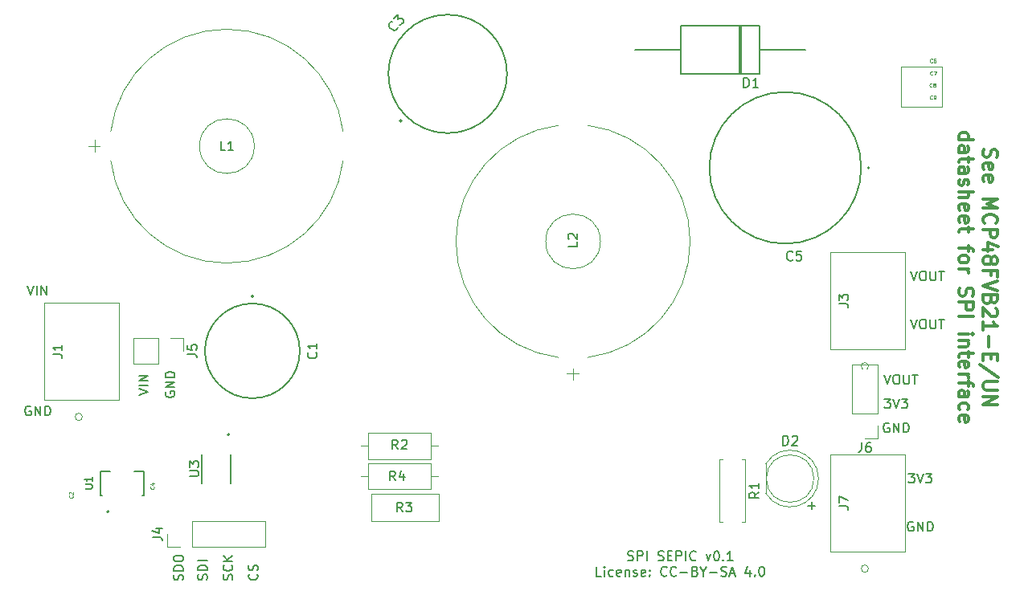
<source format=gto>
G04 #@! TF.GenerationSoftware,KiCad,Pcbnew,5.1.10*
G04 #@! TF.CreationDate,2021-12-24T15:06:35-08:00*
G04 #@! TF.ProjectId,SEPIC,53455049-432e-46b6-9963-61645f706362,v0.1*
G04 #@! TF.SameCoordinates,Original*
G04 #@! TF.FileFunction,Legend,Top*
G04 #@! TF.FilePolarity,Positive*
%FSLAX46Y46*%
G04 Gerber Fmt 4.6, Leading zero omitted, Abs format (unit mm)*
G04 Created by KiCad (PCBNEW 5.1.10) date 2021-12-24 15:06:35*
%MOMM*%
%LPD*%
G01*
G04 APERTURE LIST*
%ADD10C,0.120000*%
%ADD11C,0.300000*%
%ADD12C,0.150000*%
%ADD13C,0.127000*%
%ADD14C,0.200000*%
%ADD15C,0.098425*%
%ADD16C,0.010000*%
%ADD17C,4.400000*%
%ADD18C,2.300000*%
%ADD19R,2.300000X2.300000*%
%ADD20R,0.590000X0.630000*%
%ADD21C,2.514600*%
%ADD22R,1.700000X1.700000*%
%ADD23O,1.700000X1.700000*%
%ADD24R,0.930000X1.010000*%
%ADD25R,1.150000X1.150000*%
%ADD26C,1.150000*%
%ADD27R,0.600000X0.530000*%
%ADD28R,1.400000X1.400000*%
%ADD29C,1.400000*%
%ADD30R,1.800000X1.800000*%
%ADD31C,1.800000*%
%ADD32C,1.803400*%
%ADD33C,1.600000*%
%ADD34O,1.600000X1.600000*%
%ADD35R,1.371600X1.371600*%
%ADD36C,1.371600*%
%ADD37C,0.100000*%
G04 APERTURE END LIST*
D10*
X192252600Y-86258400D02*
X192252600Y-85521800D01*
X187985400Y-86258400D02*
X192252600Y-86258400D01*
X187985400Y-82067400D02*
X187985400Y-86258400D01*
X192252600Y-82067400D02*
X192252600Y-86182200D01*
X187985400Y-82067400D02*
X192252600Y-82067400D01*
D11*
X196692357Y-90767000D02*
X196620928Y-90981285D01*
X196620928Y-91338428D01*
X196692357Y-91481285D01*
X196763785Y-91552714D01*
X196906642Y-91624142D01*
X197049500Y-91624142D01*
X197192357Y-91552714D01*
X197263785Y-91481285D01*
X197335214Y-91338428D01*
X197406642Y-91052714D01*
X197478071Y-90909857D01*
X197549500Y-90838428D01*
X197692357Y-90767000D01*
X197835214Y-90767000D01*
X197978071Y-90838428D01*
X198049500Y-90909857D01*
X198120928Y-91052714D01*
X198120928Y-91409857D01*
X198049500Y-91624142D01*
X196692357Y-92838428D02*
X196620928Y-92695571D01*
X196620928Y-92409857D01*
X196692357Y-92267000D01*
X196835214Y-92195571D01*
X197406642Y-92195571D01*
X197549500Y-92267000D01*
X197620928Y-92409857D01*
X197620928Y-92695571D01*
X197549500Y-92838428D01*
X197406642Y-92909857D01*
X197263785Y-92909857D01*
X197120928Y-92195571D01*
X196692357Y-94124142D02*
X196620928Y-93981285D01*
X196620928Y-93695571D01*
X196692357Y-93552714D01*
X196835214Y-93481285D01*
X197406642Y-93481285D01*
X197549500Y-93552714D01*
X197620928Y-93695571D01*
X197620928Y-93981285D01*
X197549500Y-94124142D01*
X197406642Y-94195571D01*
X197263785Y-94195571D01*
X197120928Y-93481285D01*
X196620928Y-95981285D02*
X198120928Y-95981285D01*
X197049500Y-96481285D01*
X198120928Y-96981285D01*
X196620928Y-96981285D01*
X196763785Y-98552714D02*
X196692357Y-98481285D01*
X196620928Y-98267000D01*
X196620928Y-98124142D01*
X196692357Y-97909857D01*
X196835214Y-97767000D01*
X196978071Y-97695571D01*
X197263785Y-97624142D01*
X197478071Y-97624142D01*
X197763785Y-97695571D01*
X197906642Y-97767000D01*
X198049500Y-97909857D01*
X198120928Y-98124142D01*
X198120928Y-98267000D01*
X198049500Y-98481285D01*
X197978071Y-98552714D01*
X196620928Y-99195571D02*
X198120928Y-99195571D01*
X198120928Y-99767000D01*
X198049500Y-99909857D01*
X197978071Y-99981285D01*
X197835214Y-100052714D01*
X197620928Y-100052714D01*
X197478071Y-99981285D01*
X197406642Y-99909857D01*
X197335214Y-99767000D01*
X197335214Y-99195571D01*
X197620928Y-101338428D02*
X196620928Y-101338428D01*
X198192357Y-100981285D02*
X197120928Y-100624142D01*
X197120928Y-101552714D01*
X197478071Y-102338428D02*
X197549500Y-102195571D01*
X197620928Y-102124142D01*
X197763785Y-102052714D01*
X197835214Y-102052714D01*
X197978071Y-102124142D01*
X198049500Y-102195571D01*
X198120928Y-102338428D01*
X198120928Y-102624142D01*
X198049500Y-102767000D01*
X197978071Y-102838428D01*
X197835214Y-102909857D01*
X197763785Y-102909857D01*
X197620928Y-102838428D01*
X197549500Y-102767000D01*
X197478071Y-102624142D01*
X197478071Y-102338428D01*
X197406642Y-102195571D01*
X197335214Y-102124142D01*
X197192357Y-102052714D01*
X196906642Y-102052714D01*
X196763785Y-102124142D01*
X196692357Y-102195571D01*
X196620928Y-102338428D01*
X196620928Y-102624142D01*
X196692357Y-102767000D01*
X196763785Y-102838428D01*
X196906642Y-102909857D01*
X197192357Y-102909857D01*
X197335214Y-102838428D01*
X197406642Y-102767000D01*
X197478071Y-102624142D01*
X197406642Y-104052714D02*
X197406642Y-103552714D01*
X196620928Y-103552714D02*
X198120928Y-103552714D01*
X198120928Y-104267000D01*
X198120928Y-104624142D02*
X196620928Y-105124142D01*
X198120928Y-105624142D01*
X197406642Y-106624142D02*
X197335214Y-106838428D01*
X197263785Y-106909857D01*
X197120928Y-106981285D01*
X196906642Y-106981285D01*
X196763785Y-106909857D01*
X196692357Y-106838428D01*
X196620928Y-106695571D01*
X196620928Y-106124142D01*
X198120928Y-106124142D01*
X198120928Y-106624142D01*
X198049500Y-106767000D01*
X197978071Y-106838428D01*
X197835214Y-106909857D01*
X197692357Y-106909857D01*
X197549500Y-106838428D01*
X197478071Y-106767000D01*
X197406642Y-106624142D01*
X197406642Y-106124142D01*
X197978071Y-107552714D02*
X198049500Y-107624142D01*
X198120928Y-107767000D01*
X198120928Y-108124142D01*
X198049500Y-108267000D01*
X197978071Y-108338428D01*
X197835214Y-108409857D01*
X197692357Y-108409857D01*
X197478071Y-108338428D01*
X196620928Y-107481285D01*
X196620928Y-108409857D01*
X196620928Y-109838428D02*
X196620928Y-108981285D01*
X196620928Y-109409857D02*
X198120928Y-109409857D01*
X197906642Y-109267000D01*
X197763785Y-109124142D01*
X197692357Y-108981285D01*
X197192357Y-110481285D02*
X197192357Y-111624142D01*
X197406642Y-112338428D02*
X197406642Y-112838428D01*
X196620928Y-113052714D02*
X196620928Y-112338428D01*
X198120928Y-112338428D01*
X198120928Y-113052714D01*
X198192357Y-114767000D02*
X196263785Y-113481285D01*
X198120928Y-115267000D02*
X196906642Y-115267000D01*
X196763785Y-115338428D01*
X196692357Y-115409857D01*
X196620928Y-115552714D01*
X196620928Y-115838428D01*
X196692357Y-115981285D01*
X196763785Y-116052714D01*
X196906642Y-116124142D01*
X198120928Y-116124142D01*
X196620928Y-116838428D02*
X198120928Y-116838428D01*
X196620928Y-117695571D01*
X198120928Y-117695571D01*
X194070928Y-89731285D02*
X195570928Y-89731285D01*
X194142357Y-89731285D02*
X194070928Y-89588428D01*
X194070928Y-89302714D01*
X194142357Y-89159857D01*
X194213785Y-89088428D01*
X194356642Y-89017000D01*
X194785214Y-89017000D01*
X194928071Y-89088428D01*
X194999500Y-89159857D01*
X195070928Y-89302714D01*
X195070928Y-89588428D01*
X194999500Y-89731285D01*
X194070928Y-91088428D02*
X194856642Y-91088428D01*
X194999500Y-91017000D01*
X195070928Y-90874142D01*
X195070928Y-90588428D01*
X194999500Y-90445571D01*
X194142357Y-91088428D02*
X194070928Y-90945571D01*
X194070928Y-90588428D01*
X194142357Y-90445571D01*
X194285214Y-90374142D01*
X194428071Y-90374142D01*
X194570928Y-90445571D01*
X194642357Y-90588428D01*
X194642357Y-90945571D01*
X194713785Y-91088428D01*
X195070928Y-91588428D02*
X195070928Y-92159857D01*
X195570928Y-91802714D02*
X194285214Y-91802714D01*
X194142357Y-91874142D01*
X194070928Y-92017000D01*
X194070928Y-92159857D01*
X194070928Y-93302714D02*
X194856642Y-93302714D01*
X194999500Y-93231285D01*
X195070928Y-93088428D01*
X195070928Y-92802714D01*
X194999500Y-92659857D01*
X194142357Y-93302714D02*
X194070928Y-93159857D01*
X194070928Y-92802714D01*
X194142357Y-92659857D01*
X194285214Y-92588428D01*
X194428071Y-92588428D01*
X194570928Y-92659857D01*
X194642357Y-92802714D01*
X194642357Y-93159857D01*
X194713785Y-93302714D01*
X194142357Y-93945571D02*
X194070928Y-94088428D01*
X194070928Y-94374142D01*
X194142357Y-94517000D01*
X194285214Y-94588428D01*
X194356642Y-94588428D01*
X194499500Y-94517000D01*
X194570928Y-94374142D01*
X194570928Y-94159857D01*
X194642357Y-94017000D01*
X194785214Y-93945571D01*
X194856642Y-93945571D01*
X194999500Y-94017000D01*
X195070928Y-94159857D01*
X195070928Y-94374142D01*
X194999500Y-94517000D01*
X194070928Y-95231285D02*
X195570928Y-95231285D01*
X194070928Y-95874142D02*
X194856642Y-95874142D01*
X194999500Y-95802714D01*
X195070928Y-95659857D01*
X195070928Y-95445571D01*
X194999500Y-95302714D01*
X194928071Y-95231285D01*
X194142357Y-97159857D02*
X194070928Y-97017000D01*
X194070928Y-96731285D01*
X194142357Y-96588428D01*
X194285214Y-96517000D01*
X194856642Y-96517000D01*
X194999500Y-96588428D01*
X195070928Y-96731285D01*
X195070928Y-97017000D01*
X194999500Y-97159857D01*
X194856642Y-97231285D01*
X194713785Y-97231285D01*
X194570928Y-96517000D01*
X194142357Y-98445571D02*
X194070928Y-98302714D01*
X194070928Y-98017000D01*
X194142357Y-97874142D01*
X194285214Y-97802714D01*
X194856642Y-97802714D01*
X194999500Y-97874142D01*
X195070928Y-98017000D01*
X195070928Y-98302714D01*
X194999500Y-98445571D01*
X194856642Y-98517000D01*
X194713785Y-98517000D01*
X194570928Y-97802714D01*
X195070928Y-98945571D02*
X195070928Y-99517000D01*
X195570928Y-99159857D02*
X194285214Y-99159857D01*
X194142357Y-99231285D01*
X194070928Y-99374142D01*
X194070928Y-99517000D01*
X195070928Y-100945571D02*
X195070928Y-101517000D01*
X194070928Y-101159857D02*
X195356642Y-101159857D01*
X195499500Y-101231285D01*
X195570928Y-101374142D01*
X195570928Y-101517000D01*
X194070928Y-102231285D02*
X194142357Y-102088428D01*
X194213785Y-102017000D01*
X194356642Y-101945571D01*
X194785214Y-101945571D01*
X194928071Y-102017000D01*
X194999500Y-102088428D01*
X195070928Y-102231285D01*
X195070928Y-102445571D01*
X194999500Y-102588428D01*
X194928071Y-102659857D01*
X194785214Y-102731285D01*
X194356642Y-102731285D01*
X194213785Y-102659857D01*
X194142357Y-102588428D01*
X194070928Y-102445571D01*
X194070928Y-102231285D01*
X194070928Y-103374142D02*
X195070928Y-103374142D01*
X194785214Y-103374142D02*
X194928071Y-103445571D01*
X194999500Y-103517000D01*
X195070928Y-103659857D01*
X195070928Y-103802714D01*
X194142357Y-105374142D02*
X194070928Y-105588428D01*
X194070928Y-105945571D01*
X194142357Y-106088428D01*
X194213785Y-106159857D01*
X194356642Y-106231285D01*
X194499500Y-106231285D01*
X194642357Y-106159857D01*
X194713785Y-106088428D01*
X194785214Y-105945571D01*
X194856642Y-105659857D01*
X194928071Y-105517000D01*
X194999500Y-105445571D01*
X195142357Y-105374142D01*
X195285214Y-105374142D01*
X195428071Y-105445571D01*
X195499500Y-105517000D01*
X195570928Y-105659857D01*
X195570928Y-106017000D01*
X195499500Y-106231285D01*
X194070928Y-106874142D02*
X195570928Y-106874142D01*
X195570928Y-107445571D01*
X195499500Y-107588428D01*
X195428071Y-107659857D01*
X195285214Y-107731285D01*
X195070928Y-107731285D01*
X194928071Y-107659857D01*
X194856642Y-107588428D01*
X194785214Y-107445571D01*
X194785214Y-106874142D01*
X194070928Y-108374142D02*
X195570928Y-108374142D01*
X194070928Y-110231285D02*
X195070928Y-110231285D01*
X195570928Y-110231285D02*
X195499500Y-110159857D01*
X195428071Y-110231285D01*
X195499500Y-110302714D01*
X195570928Y-110231285D01*
X195428071Y-110231285D01*
X195070928Y-110945571D02*
X194070928Y-110945571D01*
X194928071Y-110945571D02*
X194999500Y-111016999D01*
X195070928Y-111159857D01*
X195070928Y-111374142D01*
X194999500Y-111516999D01*
X194856642Y-111588428D01*
X194070928Y-111588428D01*
X195070928Y-112088428D02*
X195070928Y-112659857D01*
X195570928Y-112302714D02*
X194285214Y-112302714D01*
X194142357Y-112374142D01*
X194070928Y-112516999D01*
X194070928Y-112659857D01*
X194142357Y-113731285D02*
X194070928Y-113588428D01*
X194070928Y-113302714D01*
X194142357Y-113159857D01*
X194285214Y-113088428D01*
X194856642Y-113088428D01*
X194999500Y-113159857D01*
X195070928Y-113302714D01*
X195070928Y-113588428D01*
X194999500Y-113731285D01*
X194856642Y-113802714D01*
X194713785Y-113802714D01*
X194570928Y-113088428D01*
X194070928Y-114445571D02*
X195070928Y-114445571D01*
X194785214Y-114445571D02*
X194928071Y-114517000D01*
X194999500Y-114588428D01*
X195070928Y-114731285D01*
X195070928Y-114874142D01*
X195070928Y-115159857D02*
X195070928Y-115731285D01*
X194070928Y-115374142D02*
X195356642Y-115374142D01*
X195499500Y-115445571D01*
X195570928Y-115588428D01*
X195570928Y-115731285D01*
X194070928Y-116874142D02*
X194856642Y-116874142D01*
X194999500Y-116802714D01*
X195070928Y-116659857D01*
X195070928Y-116374142D01*
X194999500Y-116231285D01*
X194142357Y-116874142D02*
X194070928Y-116731285D01*
X194070928Y-116374142D01*
X194142357Y-116231285D01*
X194285214Y-116159857D01*
X194428071Y-116159857D01*
X194570928Y-116231285D01*
X194642357Y-116374142D01*
X194642357Y-116731285D01*
X194713785Y-116874142D01*
X194142357Y-118231285D02*
X194070928Y-118088428D01*
X194070928Y-117802714D01*
X194142357Y-117659857D01*
X194213785Y-117588428D01*
X194356642Y-117517000D01*
X194785214Y-117517000D01*
X194928071Y-117588428D01*
X194999500Y-117659857D01*
X195070928Y-117802714D01*
X195070928Y-118088428D01*
X194999500Y-118231285D01*
X194142357Y-119445571D02*
X194070928Y-119302714D01*
X194070928Y-119017000D01*
X194142357Y-118874142D01*
X194285214Y-118802714D01*
X194856642Y-118802714D01*
X194999500Y-118874142D01*
X195070928Y-119017000D01*
X195070928Y-119302714D01*
X194999500Y-119445571D01*
X194856642Y-119517000D01*
X194713785Y-119517000D01*
X194570928Y-118802714D01*
D12*
X110498000Y-116331904D02*
X110450380Y-116427142D01*
X110450380Y-116570000D01*
X110498000Y-116712857D01*
X110593238Y-116808095D01*
X110688476Y-116855714D01*
X110878952Y-116903333D01*
X111021809Y-116903333D01*
X111212285Y-116855714D01*
X111307523Y-116808095D01*
X111402761Y-116712857D01*
X111450380Y-116570000D01*
X111450380Y-116474761D01*
X111402761Y-116331904D01*
X111355142Y-116284285D01*
X111021809Y-116284285D01*
X111021809Y-116474761D01*
X111450380Y-115855714D02*
X110450380Y-115855714D01*
X111450380Y-115284285D01*
X110450380Y-115284285D01*
X111450380Y-114808095D02*
X110450380Y-114808095D01*
X110450380Y-114570000D01*
X110498000Y-114427142D01*
X110593238Y-114331904D01*
X110688476Y-114284285D01*
X110878952Y-114236666D01*
X111021809Y-114236666D01*
X111212285Y-114284285D01*
X111307523Y-114331904D01*
X111402761Y-114427142D01*
X111450380Y-114570000D01*
X111450380Y-114808095D01*
X107656380Y-116665238D02*
X108656380Y-116331904D01*
X107656380Y-115998571D01*
X108656380Y-115665238D02*
X107656380Y-115665238D01*
X108656380Y-115189047D02*
X107656380Y-115189047D01*
X108656380Y-114617619D01*
X107656380Y-114617619D01*
X96266095Y-117864000D02*
X96170857Y-117816380D01*
X96028000Y-117816380D01*
X95885142Y-117864000D01*
X95789904Y-117959238D01*
X95742285Y-118054476D01*
X95694666Y-118244952D01*
X95694666Y-118387809D01*
X95742285Y-118578285D01*
X95789904Y-118673523D01*
X95885142Y-118768761D01*
X96028000Y-118816380D01*
X96123238Y-118816380D01*
X96266095Y-118768761D01*
X96313714Y-118721142D01*
X96313714Y-118387809D01*
X96123238Y-118387809D01*
X96742285Y-118816380D02*
X96742285Y-117816380D01*
X97313714Y-118816380D01*
X97313714Y-117816380D01*
X97789904Y-118816380D02*
X97789904Y-117816380D01*
X98028000Y-117816380D01*
X98170857Y-117864000D01*
X98266095Y-117959238D01*
X98313714Y-118054476D01*
X98361333Y-118244952D01*
X98361333Y-118387809D01*
X98313714Y-118578285D01*
X98266095Y-118673523D01*
X98170857Y-118768761D01*
X98028000Y-118816380D01*
X97789904Y-118816380D01*
X95932761Y-105116380D02*
X96266095Y-106116380D01*
X96599428Y-105116380D01*
X96932761Y-106116380D02*
X96932761Y-105116380D01*
X97408952Y-106116380D02*
X97408952Y-105116380D01*
X97980380Y-106116380D01*
X97980380Y-105116380D01*
X189230095Y-130056000D02*
X189134857Y-130008380D01*
X188992000Y-130008380D01*
X188849142Y-130056000D01*
X188753904Y-130151238D01*
X188706285Y-130246476D01*
X188658666Y-130436952D01*
X188658666Y-130579809D01*
X188706285Y-130770285D01*
X188753904Y-130865523D01*
X188849142Y-130960761D01*
X188992000Y-131008380D01*
X189087238Y-131008380D01*
X189230095Y-130960761D01*
X189277714Y-130913142D01*
X189277714Y-130579809D01*
X189087238Y-130579809D01*
X189706285Y-131008380D02*
X189706285Y-130008380D01*
X190277714Y-131008380D01*
X190277714Y-130008380D01*
X190753904Y-131008380D02*
X190753904Y-130008380D01*
X190992000Y-130008380D01*
X191134857Y-130056000D01*
X191230095Y-130151238D01*
X191277714Y-130246476D01*
X191325333Y-130436952D01*
X191325333Y-130579809D01*
X191277714Y-130770285D01*
X191230095Y-130865523D01*
X191134857Y-130960761D01*
X190992000Y-131008380D01*
X190753904Y-131008380D01*
X188753904Y-124928380D02*
X189372952Y-124928380D01*
X189039619Y-125309333D01*
X189182476Y-125309333D01*
X189277714Y-125356952D01*
X189325333Y-125404571D01*
X189372952Y-125499809D01*
X189372952Y-125737904D01*
X189325333Y-125833142D01*
X189277714Y-125880761D01*
X189182476Y-125928380D01*
X188896761Y-125928380D01*
X188801523Y-125880761D01*
X188753904Y-125833142D01*
X189658666Y-124928380D02*
X189992000Y-125928380D01*
X190325333Y-124928380D01*
X190563428Y-124928380D02*
X191182476Y-124928380D01*
X190849142Y-125309333D01*
X190992000Y-125309333D01*
X191087238Y-125356952D01*
X191134857Y-125404571D01*
X191182476Y-125499809D01*
X191182476Y-125737904D01*
X191134857Y-125833142D01*
X191087238Y-125880761D01*
X190992000Y-125928380D01*
X190706285Y-125928380D01*
X190611047Y-125880761D01*
X190563428Y-125833142D01*
X188992095Y-108672380D02*
X189325428Y-109672380D01*
X189658761Y-108672380D01*
X190182571Y-108672380D02*
X190373047Y-108672380D01*
X190468285Y-108720000D01*
X190563523Y-108815238D01*
X190611142Y-109005714D01*
X190611142Y-109339047D01*
X190563523Y-109529523D01*
X190468285Y-109624761D01*
X190373047Y-109672380D01*
X190182571Y-109672380D01*
X190087333Y-109624761D01*
X189992095Y-109529523D01*
X189944476Y-109339047D01*
X189944476Y-109005714D01*
X189992095Y-108815238D01*
X190087333Y-108720000D01*
X190182571Y-108672380D01*
X191039714Y-108672380D02*
X191039714Y-109481904D01*
X191087333Y-109577142D01*
X191134952Y-109624761D01*
X191230190Y-109672380D01*
X191420666Y-109672380D01*
X191515904Y-109624761D01*
X191563523Y-109577142D01*
X191611142Y-109481904D01*
X191611142Y-108672380D01*
X191944476Y-108672380D02*
X192515904Y-108672380D01*
X192230190Y-109672380D02*
X192230190Y-108672380D01*
X188992095Y-103592380D02*
X189325428Y-104592380D01*
X189658761Y-103592380D01*
X190182571Y-103592380D02*
X190373047Y-103592380D01*
X190468285Y-103640000D01*
X190563523Y-103735238D01*
X190611142Y-103925714D01*
X190611142Y-104259047D01*
X190563523Y-104449523D01*
X190468285Y-104544761D01*
X190373047Y-104592380D01*
X190182571Y-104592380D01*
X190087333Y-104544761D01*
X189992095Y-104449523D01*
X189944476Y-104259047D01*
X189944476Y-103925714D01*
X189992095Y-103735238D01*
X190087333Y-103640000D01*
X190182571Y-103592380D01*
X191039714Y-103592380D02*
X191039714Y-104401904D01*
X191087333Y-104497142D01*
X191134952Y-104544761D01*
X191230190Y-104592380D01*
X191420666Y-104592380D01*
X191515904Y-104544761D01*
X191563523Y-104497142D01*
X191611142Y-104401904D01*
X191611142Y-103592380D01*
X191944476Y-103592380D02*
X192515904Y-103592380D01*
X192230190Y-104592380D02*
X192230190Y-103592380D01*
X186690095Y-119642000D02*
X186594857Y-119594380D01*
X186452000Y-119594380D01*
X186309142Y-119642000D01*
X186213904Y-119737238D01*
X186166285Y-119832476D01*
X186118666Y-120022952D01*
X186118666Y-120165809D01*
X186166285Y-120356285D01*
X186213904Y-120451523D01*
X186309142Y-120546761D01*
X186452000Y-120594380D01*
X186547238Y-120594380D01*
X186690095Y-120546761D01*
X186737714Y-120499142D01*
X186737714Y-120165809D01*
X186547238Y-120165809D01*
X187166285Y-120594380D02*
X187166285Y-119594380D01*
X187737714Y-120594380D01*
X187737714Y-119594380D01*
X188213904Y-120594380D02*
X188213904Y-119594380D01*
X188452000Y-119594380D01*
X188594857Y-119642000D01*
X188690095Y-119737238D01*
X188737714Y-119832476D01*
X188785333Y-120022952D01*
X188785333Y-120165809D01*
X188737714Y-120356285D01*
X188690095Y-120451523D01*
X188594857Y-120546761D01*
X188452000Y-120594380D01*
X188213904Y-120594380D01*
X186213904Y-117054380D02*
X186832952Y-117054380D01*
X186499619Y-117435333D01*
X186642476Y-117435333D01*
X186737714Y-117482952D01*
X186785333Y-117530571D01*
X186832952Y-117625809D01*
X186832952Y-117863904D01*
X186785333Y-117959142D01*
X186737714Y-118006761D01*
X186642476Y-118054380D01*
X186356761Y-118054380D01*
X186261523Y-118006761D01*
X186213904Y-117959142D01*
X187118666Y-117054380D02*
X187452000Y-118054380D01*
X187785333Y-117054380D01*
X188023428Y-117054380D02*
X188642476Y-117054380D01*
X188309142Y-117435333D01*
X188452000Y-117435333D01*
X188547238Y-117482952D01*
X188594857Y-117530571D01*
X188642476Y-117625809D01*
X188642476Y-117863904D01*
X188594857Y-117959142D01*
X188547238Y-118006761D01*
X188452000Y-118054380D01*
X188166285Y-118054380D01*
X188071047Y-118006761D01*
X188023428Y-117959142D01*
X186198095Y-114514380D02*
X186531428Y-115514380D01*
X186864761Y-114514380D01*
X187388571Y-114514380D02*
X187579047Y-114514380D01*
X187674285Y-114562000D01*
X187769523Y-114657238D01*
X187817142Y-114847714D01*
X187817142Y-115181047D01*
X187769523Y-115371523D01*
X187674285Y-115466761D01*
X187579047Y-115514380D01*
X187388571Y-115514380D01*
X187293333Y-115466761D01*
X187198095Y-115371523D01*
X187150476Y-115181047D01*
X187150476Y-114847714D01*
X187198095Y-114657238D01*
X187293333Y-114562000D01*
X187388571Y-114514380D01*
X188245714Y-114514380D02*
X188245714Y-115323904D01*
X188293333Y-115419142D01*
X188340952Y-115466761D01*
X188436190Y-115514380D01*
X188626666Y-115514380D01*
X188721904Y-115466761D01*
X188769523Y-115419142D01*
X188817142Y-115323904D01*
X188817142Y-114514380D01*
X189150476Y-114514380D02*
X189721904Y-114514380D01*
X189436190Y-115514380D02*
X189436190Y-114514380D01*
X178181047Y-128341428D02*
X178942952Y-128341428D01*
X178562000Y-128722380D02*
X178562000Y-127960476D01*
X120118142Y-135548666D02*
X120165761Y-135596285D01*
X120213380Y-135739142D01*
X120213380Y-135834380D01*
X120165761Y-135977238D01*
X120070523Y-136072476D01*
X119975285Y-136120095D01*
X119784809Y-136167714D01*
X119641952Y-136167714D01*
X119451476Y-136120095D01*
X119356238Y-136072476D01*
X119261000Y-135977238D01*
X119213380Y-135834380D01*
X119213380Y-135739142D01*
X119261000Y-135596285D01*
X119308619Y-135548666D01*
X120165761Y-135167714D02*
X120213380Y-135024857D01*
X120213380Y-134786761D01*
X120165761Y-134691523D01*
X120118142Y-134643904D01*
X120022904Y-134596285D01*
X119927666Y-134596285D01*
X119832428Y-134643904D01*
X119784809Y-134691523D01*
X119737190Y-134786761D01*
X119689571Y-134977238D01*
X119641952Y-135072476D01*
X119594333Y-135120095D01*
X119499095Y-135167714D01*
X119403857Y-135167714D01*
X119308619Y-135120095D01*
X119261000Y-135072476D01*
X119213380Y-134977238D01*
X119213380Y-134739142D01*
X119261000Y-134596285D01*
X117498761Y-136159714D02*
X117546380Y-136016857D01*
X117546380Y-135778761D01*
X117498761Y-135683523D01*
X117451142Y-135635904D01*
X117355904Y-135588285D01*
X117260666Y-135588285D01*
X117165428Y-135635904D01*
X117117809Y-135683523D01*
X117070190Y-135778761D01*
X117022571Y-135969238D01*
X116974952Y-136064476D01*
X116927333Y-136112095D01*
X116832095Y-136159714D01*
X116736857Y-136159714D01*
X116641619Y-136112095D01*
X116594000Y-136064476D01*
X116546380Y-135969238D01*
X116546380Y-135731142D01*
X116594000Y-135588285D01*
X117451142Y-134588285D02*
X117498761Y-134635904D01*
X117546380Y-134778761D01*
X117546380Y-134874000D01*
X117498761Y-135016857D01*
X117403523Y-135112095D01*
X117308285Y-135159714D01*
X117117809Y-135207333D01*
X116974952Y-135207333D01*
X116784476Y-135159714D01*
X116689238Y-135112095D01*
X116594000Y-135016857D01*
X116546380Y-134874000D01*
X116546380Y-134778761D01*
X116594000Y-134635904D01*
X116641619Y-134588285D01*
X117546380Y-134159714D02*
X116546380Y-134159714D01*
X117546380Y-133588285D02*
X116974952Y-134016857D01*
X116546380Y-133588285D02*
X117117809Y-134159714D01*
X114831761Y-136151809D02*
X114879380Y-136008952D01*
X114879380Y-135770857D01*
X114831761Y-135675619D01*
X114784142Y-135628000D01*
X114688904Y-135580380D01*
X114593666Y-135580380D01*
X114498428Y-135628000D01*
X114450809Y-135675619D01*
X114403190Y-135770857D01*
X114355571Y-135961333D01*
X114307952Y-136056571D01*
X114260333Y-136104190D01*
X114165095Y-136151809D01*
X114069857Y-136151809D01*
X113974619Y-136104190D01*
X113927000Y-136056571D01*
X113879380Y-135961333D01*
X113879380Y-135723238D01*
X113927000Y-135580380D01*
X114879380Y-135151809D02*
X113879380Y-135151809D01*
X113879380Y-134913714D01*
X113927000Y-134770857D01*
X114022238Y-134675619D01*
X114117476Y-134628000D01*
X114307952Y-134580380D01*
X114450809Y-134580380D01*
X114641285Y-134628000D01*
X114736523Y-134675619D01*
X114831761Y-134770857D01*
X114879380Y-134913714D01*
X114879380Y-135151809D01*
X114879380Y-134151809D02*
X113879380Y-134151809D01*
X112291761Y-136183523D02*
X112339380Y-136040666D01*
X112339380Y-135802571D01*
X112291761Y-135707333D01*
X112244142Y-135659714D01*
X112148904Y-135612095D01*
X112053666Y-135612095D01*
X111958428Y-135659714D01*
X111910809Y-135707333D01*
X111863190Y-135802571D01*
X111815571Y-135993047D01*
X111767952Y-136088285D01*
X111720333Y-136135904D01*
X111625095Y-136183523D01*
X111529857Y-136183523D01*
X111434619Y-136135904D01*
X111387000Y-136088285D01*
X111339380Y-135993047D01*
X111339380Y-135754952D01*
X111387000Y-135612095D01*
X112339380Y-135183523D02*
X111339380Y-135183523D01*
X111339380Y-134945428D01*
X111387000Y-134802571D01*
X111482238Y-134707333D01*
X111577476Y-134659714D01*
X111767952Y-134612095D01*
X111910809Y-134612095D01*
X112101285Y-134659714D01*
X112196523Y-134707333D01*
X112291761Y-134802571D01*
X112339380Y-134945428D01*
X112339380Y-135183523D01*
X111339380Y-133993047D02*
X111339380Y-133802571D01*
X111387000Y-133707333D01*
X111482238Y-133612095D01*
X111672714Y-133564476D01*
X112006047Y-133564476D01*
X112196523Y-133612095D01*
X112291761Y-133707333D01*
X112339380Y-133802571D01*
X112339380Y-133993047D01*
X112291761Y-134088285D01*
X112196523Y-134183523D01*
X112006047Y-134231142D01*
X111672714Y-134231142D01*
X111482238Y-134183523D01*
X111387000Y-134088285D01*
X111339380Y-133993047D01*
X159195190Y-134072761D02*
X159338047Y-134120380D01*
X159576142Y-134120380D01*
X159671380Y-134072761D01*
X159719000Y-134025142D01*
X159766619Y-133929904D01*
X159766619Y-133834666D01*
X159719000Y-133739428D01*
X159671380Y-133691809D01*
X159576142Y-133644190D01*
X159385666Y-133596571D01*
X159290428Y-133548952D01*
X159242809Y-133501333D01*
X159195190Y-133406095D01*
X159195190Y-133310857D01*
X159242809Y-133215619D01*
X159290428Y-133168000D01*
X159385666Y-133120380D01*
X159623761Y-133120380D01*
X159766619Y-133168000D01*
X160195190Y-134120380D02*
X160195190Y-133120380D01*
X160576142Y-133120380D01*
X160671380Y-133168000D01*
X160719000Y-133215619D01*
X160766619Y-133310857D01*
X160766619Y-133453714D01*
X160719000Y-133548952D01*
X160671380Y-133596571D01*
X160576142Y-133644190D01*
X160195190Y-133644190D01*
X161195190Y-134120380D02*
X161195190Y-133120380D01*
X162385666Y-134072761D02*
X162528523Y-134120380D01*
X162766619Y-134120380D01*
X162861857Y-134072761D01*
X162909476Y-134025142D01*
X162957095Y-133929904D01*
X162957095Y-133834666D01*
X162909476Y-133739428D01*
X162861857Y-133691809D01*
X162766619Y-133644190D01*
X162576142Y-133596571D01*
X162480904Y-133548952D01*
X162433285Y-133501333D01*
X162385666Y-133406095D01*
X162385666Y-133310857D01*
X162433285Y-133215619D01*
X162480904Y-133168000D01*
X162576142Y-133120380D01*
X162814238Y-133120380D01*
X162957095Y-133168000D01*
X163385666Y-133596571D02*
X163719000Y-133596571D01*
X163861857Y-134120380D02*
X163385666Y-134120380D01*
X163385666Y-133120380D01*
X163861857Y-133120380D01*
X164290428Y-134120380D02*
X164290428Y-133120380D01*
X164671380Y-133120380D01*
X164766619Y-133168000D01*
X164814238Y-133215619D01*
X164861857Y-133310857D01*
X164861857Y-133453714D01*
X164814238Y-133548952D01*
X164766619Y-133596571D01*
X164671380Y-133644190D01*
X164290428Y-133644190D01*
X165290428Y-134120380D02*
X165290428Y-133120380D01*
X166338047Y-134025142D02*
X166290428Y-134072761D01*
X166147571Y-134120380D01*
X166052333Y-134120380D01*
X165909476Y-134072761D01*
X165814238Y-133977523D01*
X165766619Y-133882285D01*
X165719000Y-133691809D01*
X165719000Y-133548952D01*
X165766619Y-133358476D01*
X165814238Y-133263238D01*
X165909476Y-133168000D01*
X166052333Y-133120380D01*
X166147571Y-133120380D01*
X166290428Y-133168000D01*
X166338047Y-133215619D01*
X167433285Y-133453714D02*
X167671380Y-134120380D01*
X167909476Y-133453714D01*
X168480904Y-133120380D02*
X168576142Y-133120380D01*
X168671380Y-133168000D01*
X168719000Y-133215619D01*
X168766619Y-133310857D01*
X168814238Y-133501333D01*
X168814238Y-133739428D01*
X168766619Y-133929904D01*
X168719000Y-134025142D01*
X168671380Y-134072761D01*
X168576142Y-134120380D01*
X168480904Y-134120380D01*
X168385666Y-134072761D01*
X168338047Y-134025142D01*
X168290428Y-133929904D01*
X168242809Y-133739428D01*
X168242809Y-133501333D01*
X168290428Y-133310857D01*
X168338047Y-133215619D01*
X168385666Y-133168000D01*
X168480904Y-133120380D01*
X169242809Y-134025142D02*
X169290428Y-134072761D01*
X169242809Y-134120380D01*
X169195190Y-134072761D01*
X169242809Y-134025142D01*
X169242809Y-134120380D01*
X170242809Y-134120380D02*
X169671380Y-134120380D01*
X169957095Y-134120380D02*
X169957095Y-133120380D01*
X169861857Y-133263238D01*
X169766619Y-133358476D01*
X169671380Y-133406095D01*
X156385666Y-135770380D02*
X155909476Y-135770380D01*
X155909476Y-134770380D01*
X156719000Y-135770380D02*
X156719000Y-135103714D01*
X156719000Y-134770380D02*
X156671380Y-134818000D01*
X156719000Y-134865619D01*
X156766619Y-134818000D01*
X156719000Y-134770380D01*
X156719000Y-134865619D01*
X157623761Y-135722761D02*
X157528523Y-135770380D01*
X157338047Y-135770380D01*
X157242809Y-135722761D01*
X157195190Y-135675142D01*
X157147571Y-135579904D01*
X157147571Y-135294190D01*
X157195190Y-135198952D01*
X157242809Y-135151333D01*
X157338047Y-135103714D01*
X157528523Y-135103714D01*
X157623761Y-135151333D01*
X158433285Y-135722761D02*
X158338047Y-135770380D01*
X158147571Y-135770380D01*
X158052333Y-135722761D01*
X158004714Y-135627523D01*
X158004714Y-135246571D01*
X158052333Y-135151333D01*
X158147571Y-135103714D01*
X158338047Y-135103714D01*
X158433285Y-135151333D01*
X158480904Y-135246571D01*
X158480904Y-135341809D01*
X158004714Y-135437047D01*
X158909476Y-135103714D02*
X158909476Y-135770380D01*
X158909476Y-135198952D02*
X158957095Y-135151333D01*
X159052333Y-135103714D01*
X159195190Y-135103714D01*
X159290428Y-135151333D01*
X159338047Y-135246571D01*
X159338047Y-135770380D01*
X159766619Y-135722761D02*
X159861857Y-135770380D01*
X160052333Y-135770380D01*
X160147571Y-135722761D01*
X160195190Y-135627523D01*
X160195190Y-135579904D01*
X160147571Y-135484666D01*
X160052333Y-135437047D01*
X159909476Y-135437047D01*
X159814238Y-135389428D01*
X159766619Y-135294190D01*
X159766619Y-135246571D01*
X159814238Y-135151333D01*
X159909476Y-135103714D01*
X160052333Y-135103714D01*
X160147571Y-135151333D01*
X161004714Y-135722761D02*
X160909476Y-135770380D01*
X160719000Y-135770380D01*
X160623761Y-135722761D01*
X160576142Y-135627523D01*
X160576142Y-135246571D01*
X160623761Y-135151333D01*
X160719000Y-135103714D01*
X160909476Y-135103714D01*
X161004714Y-135151333D01*
X161052333Y-135246571D01*
X161052333Y-135341809D01*
X160576142Y-135437047D01*
X161480904Y-135675142D02*
X161528523Y-135722761D01*
X161480904Y-135770380D01*
X161433285Y-135722761D01*
X161480904Y-135675142D01*
X161480904Y-135770380D01*
X161480904Y-135151333D02*
X161528523Y-135198952D01*
X161480904Y-135246571D01*
X161433285Y-135198952D01*
X161480904Y-135151333D01*
X161480904Y-135246571D01*
X163290428Y-135675142D02*
X163242809Y-135722761D01*
X163099952Y-135770380D01*
X163004714Y-135770380D01*
X162861857Y-135722761D01*
X162766619Y-135627523D01*
X162719000Y-135532285D01*
X162671380Y-135341809D01*
X162671380Y-135198952D01*
X162719000Y-135008476D01*
X162766619Y-134913238D01*
X162861857Y-134818000D01*
X163004714Y-134770380D01*
X163099952Y-134770380D01*
X163242809Y-134818000D01*
X163290428Y-134865619D01*
X164290428Y-135675142D02*
X164242809Y-135722761D01*
X164099952Y-135770380D01*
X164004714Y-135770380D01*
X163861857Y-135722761D01*
X163766619Y-135627523D01*
X163719000Y-135532285D01*
X163671380Y-135341809D01*
X163671380Y-135198952D01*
X163719000Y-135008476D01*
X163766619Y-134913238D01*
X163861857Y-134818000D01*
X164004714Y-134770380D01*
X164099952Y-134770380D01*
X164242809Y-134818000D01*
X164290428Y-134865619D01*
X164719000Y-135389428D02*
X165480904Y-135389428D01*
X166290428Y-135246571D02*
X166433285Y-135294190D01*
X166480904Y-135341809D01*
X166528523Y-135437047D01*
X166528523Y-135579904D01*
X166480904Y-135675142D01*
X166433285Y-135722761D01*
X166338047Y-135770380D01*
X165957095Y-135770380D01*
X165957095Y-134770380D01*
X166290428Y-134770380D01*
X166385666Y-134818000D01*
X166433285Y-134865619D01*
X166480904Y-134960857D01*
X166480904Y-135056095D01*
X166433285Y-135151333D01*
X166385666Y-135198952D01*
X166290428Y-135246571D01*
X165957095Y-135246571D01*
X167147571Y-135294190D02*
X167147571Y-135770380D01*
X166814238Y-134770380D02*
X167147571Y-135294190D01*
X167480904Y-134770380D01*
X167814238Y-135389428D02*
X168576142Y-135389428D01*
X169004714Y-135722761D02*
X169147571Y-135770380D01*
X169385666Y-135770380D01*
X169480904Y-135722761D01*
X169528523Y-135675142D01*
X169576142Y-135579904D01*
X169576142Y-135484666D01*
X169528523Y-135389428D01*
X169480904Y-135341809D01*
X169385666Y-135294190D01*
X169195190Y-135246571D01*
X169099952Y-135198952D01*
X169052333Y-135151333D01*
X169004714Y-135056095D01*
X169004714Y-134960857D01*
X169052333Y-134865619D01*
X169099952Y-134818000D01*
X169195190Y-134770380D01*
X169433285Y-134770380D01*
X169576142Y-134818000D01*
X169957095Y-135484666D02*
X170433285Y-135484666D01*
X169861857Y-135770380D02*
X170195190Y-134770380D01*
X170528523Y-135770380D01*
X172052333Y-135103714D02*
X172052333Y-135770380D01*
X171814238Y-134722761D02*
X171576142Y-135437047D01*
X172195190Y-135437047D01*
X172576142Y-135675142D02*
X172623761Y-135722761D01*
X172576142Y-135770380D01*
X172528523Y-135722761D01*
X172576142Y-135675142D01*
X172576142Y-135770380D01*
X173242809Y-134770380D02*
X173338047Y-134770380D01*
X173433285Y-134818000D01*
X173480904Y-134865619D01*
X173528523Y-134960857D01*
X173576142Y-135151333D01*
X173576142Y-135389428D01*
X173528523Y-135579904D01*
X173480904Y-135675142D01*
X173433285Y-135722761D01*
X173338047Y-135770380D01*
X173242809Y-135770380D01*
X173147571Y-135722761D01*
X173099952Y-135675142D01*
X173052333Y-135579904D01*
X173004714Y-135389428D01*
X173004714Y-135151333D01*
X173052333Y-134960857D01*
X173099952Y-134865619D01*
X173147571Y-134818000D01*
X173242809Y-134770380D01*
D11*
X170997500Y-77809000D02*
X170997500Y-82719000D01*
D12*
X164735000Y-80264000D02*
X159902000Y-80264000D01*
X173085000Y-80264000D02*
X177918000Y-80264000D01*
X164735000Y-77739000D02*
X173085000Y-77739000D01*
X164735000Y-82789000D02*
X164735000Y-77739000D01*
X173085000Y-82789000D02*
X164735000Y-82789000D01*
X173085000Y-77739000D02*
X173085000Y-82789000D01*
D10*
X119838901Y-90424000D02*
G75*
G03*
X119838901Y-90424000I-2882900J0D01*
G01*
X103009699Y-89789000D02*
X103009699Y-91059000D01*
X102374699Y-90424000D02*
X103565961Y-90424000D01*
X104719450Y-88895065D02*
G75*
G02*
X129192552Y-88895062I12236551J-1528935D01*
G01*
X129192552Y-91952937D02*
G75*
G02*
X104719450Y-91952936I-12236551J1528937D01*
G01*
X153416000Y-115049301D02*
X153416000Y-113858039D01*
X152781000Y-114414301D02*
X154051000Y-114414301D01*
X156298900Y-100467999D02*
G75*
G03*
X156298900Y-100467999I-2882900J0D01*
G01*
X154944937Y-88231448D02*
G75*
G02*
X154944936Y-112704550I-1528937J-12236551D01*
G01*
X151887065Y-112704550D02*
G75*
G02*
X151887062Y-88231448I1528935J12236551D01*
G01*
X107128000Y-110684000D02*
X107128000Y-113344000D01*
X109728000Y-110684000D02*
X107128000Y-110684000D01*
X109728000Y-113344000D02*
X107128000Y-113344000D01*
X109728000Y-110684000D02*
X109728000Y-113344000D01*
X110998000Y-110684000D02*
X112328000Y-110684000D01*
X112328000Y-110684000D02*
X112328000Y-112014000D01*
D13*
X124634000Y-112014000D02*
G75*
G03*
X124634000Y-112014000I-5000000J0D01*
G01*
D14*
X119734000Y-106264000D02*
G75*
G03*
X119734000Y-106264000I-100000J0D01*
G01*
D13*
X183768000Y-92710000D02*
G75*
G03*
X183768000Y-92710000I-8000000J0D01*
G01*
D14*
X184618000Y-92710000D02*
G75*
G03*
X184618000Y-92710000I-100000J0D01*
G01*
D10*
X178776000Y-125476000D02*
G75*
G03*
X178776000Y-125476000I-2500000J0D01*
G01*
X173716000Y-123931000D02*
X173716000Y-127021000D01*
X179266000Y-125476462D02*
G75*
G03*
X173716000Y-123931170I-2990000J462D01*
G01*
X179266000Y-125475538D02*
G75*
G02*
X173716000Y-127020830I-2990000J-462D01*
G01*
X101727000Y-118962800D02*
G75*
G03*
X101727000Y-118962800I-381000J0D01*
G01*
X97718999Y-117184800D02*
X105567599Y-117184800D01*
X97718999Y-106923200D02*
X97718999Y-117184800D01*
X105567599Y-106923200D02*
X97718999Y-106923200D01*
X105567599Y-117184800D02*
X105567599Y-106923200D01*
X188371599Y-111850800D02*
X188371599Y-101589200D01*
X188371599Y-101589200D02*
X180522999Y-101589200D01*
X180522999Y-101589200D02*
X180522999Y-111850800D01*
X180522999Y-111850800D02*
X188371599Y-111850800D01*
X184531000Y-113628800D02*
G75*
G03*
X184531000Y-113628800I-381000J0D01*
G01*
X184531000Y-134964800D02*
G75*
G03*
X184531000Y-134964800I-381000J0D01*
G01*
X180522999Y-133186800D02*
X188371599Y-133186800D01*
X180522999Y-122925200D02*
X180522999Y-133186800D01*
X188371599Y-122925200D02*
X180522999Y-122925200D01*
X188371599Y-133186800D02*
X188371599Y-122925200D01*
X171220000Y-123476000D02*
X171550000Y-123476000D01*
X171550000Y-123476000D02*
X171550000Y-130016000D01*
X171550000Y-130016000D02*
X171220000Y-130016000D01*
X169140000Y-123476000D02*
X168810000Y-123476000D01*
X168810000Y-123476000D02*
X168810000Y-130016000D01*
X168810000Y-130016000D02*
X169140000Y-130016000D01*
X131088000Y-122047000D02*
X131858000Y-122047000D01*
X139168000Y-122047000D02*
X138398000Y-122047000D01*
X131858000Y-123417000D02*
X138398000Y-123417000D01*
X131858000Y-120677000D02*
X131858000Y-123417000D01*
X138398000Y-120677000D02*
X131858000Y-120677000D01*
X138398000Y-123417000D02*
X138398000Y-120677000D01*
X132197400Y-127088900D02*
X132197400Y-129959100D01*
X139258600Y-127088900D02*
X132197400Y-127088900D01*
X139258600Y-129959100D02*
X139258600Y-127088900D01*
X132197400Y-129959100D02*
X139258600Y-129959100D01*
X138398000Y-126592000D02*
X138398000Y-123852000D01*
X138398000Y-123852000D02*
X131858000Y-123852000D01*
X131858000Y-123852000D02*
X131858000Y-126592000D01*
X131858000Y-126592000D02*
X138398000Y-126592000D01*
X139168000Y-125222000D02*
X138398000Y-125222000D01*
X131088000Y-125222000D02*
X131858000Y-125222000D01*
D14*
X104518000Y-128984000D02*
G75*
G03*
X104518000Y-128984000I-100000J0D01*
G01*
D13*
X103668000Y-127234000D02*
X103668000Y-124734000D01*
X108168000Y-127234000D02*
X108168000Y-124734000D01*
X108168000Y-127234000D02*
X108028000Y-127234000D01*
X103808000Y-127234000D02*
X103668000Y-127234000D01*
X107218000Y-124734000D02*
X108168000Y-124734000D01*
X104618000Y-124734000D02*
X103668000Y-124734000D01*
X114299000Y-122935000D02*
X114299000Y-125985000D01*
X117349000Y-122935000D02*
X117349000Y-125985000D01*
D14*
X117204000Y-120840000D02*
G75*
G03*
X117204000Y-120840000I-100000J0D01*
G01*
D10*
X120964000Y-132648000D02*
X120964000Y-129988000D01*
X113284000Y-132648000D02*
X120964000Y-132648000D01*
X113284000Y-129988000D02*
X120964000Y-129988000D01*
X113284000Y-132648000D02*
X113284000Y-129988000D01*
X112014000Y-132648000D02*
X110684000Y-132648000D01*
X110684000Y-132648000D02*
X110684000Y-131318000D01*
X185480000Y-113478000D02*
X182820000Y-113478000D01*
X185480000Y-118618000D02*
X185480000Y-113478000D01*
X182820000Y-118618000D02*
X182820000Y-113478000D01*
X185480000Y-118618000D02*
X182820000Y-118618000D01*
X185480000Y-119888000D02*
X185480000Y-121218000D01*
X185480000Y-121218000D02*
X184150000Y-121218000D01*
D13*
X146457999Y-82804000D02*
G75*
G03*
X146457999Y-82804000I-6249999J0D01*
G01*
D14*
X135358252Y-87753747D02*
G75*
G03*
X135358252Y-87753747I-99999J0D01*
G01*
D12*
X171406214Y-84216380D02*
X171406214Y-83216380D01*
X171644309Y-83216380D01*
X171787166Y-83264000D01*
X171882404Y-83359238D01*
X171930023Y-83454476D01*
X171977642Y-83644952D01*
X171977642Y-83787809D01*
X171930023Y-83978285D01*
X171882404Y-84073523D01*
X171787166Y-84168761D01*
X171644309Y-84216380D01*
X171406214Y-84216380D01*
X172930023Y-84216380D02*
X172358595Y-84216380D01*
X172644309Y-84216380D02*
X172644309Y-83216380D01*
X172549071Y-83359238D01*
X172453833Y-83454476D01*
X172358595Y-83502095D01*
D15*
X191247183Y-85433807D02*
X191228435Y-85452555D01*
X191172192Y-85471302D01*
X191134697Y-85471302D01*
X191078454Y-85452555D01*
X191040958Y-85415059D01*
X191022211Y-85377564D01*
X191003463Y-85302573D01*
X191003463Y-85246330D01*
X191022211Y-85171340D01*
X191040958Y-85133844D01*
X191078454Y-85096349D01*
X191134697Y-85077601D01*
X191172192Y-85077601D01*
X191228435Y-85096349D01*
X191247183Y-85115097D01*
X191434659Y-85471302D02*
X191509650Y-85471302D01*
X191547145Y-85452555D01*
X191565893Y-85433807D01*
X191603388Y-85377564D01*
X191622136Y-85302573D01*
X191622136Y-85152592D01*
X191603388Y-85115097D01*
X191584641Y-85096349D01*
X191547145Y-85077601D01*
X191472155Y-85077601D01*
X191434659Y-85096349D01*
X191415912Y-85115097D01*
X191397164Y-85152592D01*
X191397164Y-85246330D01*
X191415912Y-85283826D01*
X191434659Y-85302573D01*
X191472155Y-85321321D01*
X191547145Y-85321321D01*
X191584641Y-85302573D01*
X191603388Y-85283826D01*
X191622136Y-85246330D01*
D12*
D15*
X191272583Y-82893807D02*
X191253835Y-82912555D01*
X191197592Y-82931302D01*
X191160097Y-82931302D01*
X191103854Y-82912555D01*
X191066358Y-82875059D01*
X191047611Y-82837564D01*
X191028863Y-82762573D01*
X191028863Y-82706330D01*
X191047611Y-82631340D01*
X191066358Y-82593844D01*
X191103854Y-82556349D01*
X191160097Y-82537601D01*
X191197592Y-82537601D01*
X191253835Y-82556349D01*
X191272583Y-82575097D01*
X191403816Y-82537601D02*
X191666284Y-82537601D01*
X191497555Y-82931302D01*
D12*
D15*
X191208183Y-84138407D02*
X191189435Y-84157155D01*
X191133192Y-84175902D01*
X191095697Y-84175902D01*
X191039454Y-84157155D01*
X191001958Y-84119659D01*
X190983211Y-84082164D01*
X190964463Y-84007173D01*
X190964463Y-83950930D01*
X190983211Y-83875940D01*
X191001958Y-83838444D01*
X191039454Y-83800949D01*
X191095697Y-83782201D01*
X191133192Y-83782201D01*
X191189435Y-83800949D01*
X191208183Y-83819697D01*
X191433155Y-83950930D02*
X191395659Y-83932183D01*
X191376912Y-83913435D01*
X191358164Y-83875940D01*
X191358164Y-83857192D01*
X191376912Y-83819697D01*
X191395659Y-83800949D01*
X191433155Y-83782201D01*
X191508145Y-83782201D01*
X191545641Y-83800949D01*
X191564388Y-83819697D01*
X191583136Y-83857192D01*
X191583136Y-83875940D01*
X191564388Y-83913435D01*
X191545641Y-83932183D01*
X191508145Y-83950930D01*
X191433155Y-83950930D01*
X191395659Y-83969678D01*
X191376912Y-83988426D01*
X191358164Y-84025921D01*
X191358164Y-84100912D01*
X191376912Y-84138407D01*
X191395659Y-84157155D01*
X191433155Y-84175902D01*
X191508145Y-84175902D01*
X191545641Y-84157155D01*
X191564388Y-84138407D01*
X191583136Y-84100912D01*
X191583136Y-84025921D01*
X191564388Y-83988426D01*
X191545641Y-83969678D01*
X191508145Y-83950930D01*
D12*
X116789334Y-90876380D02*
X116313143Y-90876380D01*
X116313143Y-89876380D01*
X117646477Y-90876380D02*
X117075048Y-90876380D01*
X117360762Y-90876380D02*
X117360762Y-89876380D01*
X117265524Y-90019238D01*
X117170286Y-90114476D01*
X117075048Y-90162095D01*
X153868380Y-100496666D02*
X153868380Y-100972857D01*
X152868380Y-100972857D01*
X152963619Y-100210952D02*
X152916000Y-100163333D01*
X152868380Y-100068095D01*
X152868380Y-99830000D01*
X152916000Y-99734761D01*
X152963619Y-99687142D01*
X153058857Y-99639523D01*
X153154095Y-99639523D01*
X153296952Y-99687142D01*
X153868380Y-100258571D01*
X153868380Y-99639523D01*
X112780380Y-112347333D02*
X113494666Y-112347333D01*
X113637523Y-112394952D01*
X113732761Y-112490190D01*
X113780380Y-112633047D01*
X113780380Y-112728285D01*
X112780380Y-111394952D02*
X112780380Y-111871142D01*
X113256571Y-111918761D01*
X113208952Y-111871142D01*
X113161333Y-111775904D01*
X113161333Y-111537809D01*
X113208952Y-111442571D01*
X113256571Y-111394952D01*
X113351809Y-111347333D01*
X113589904Y-111347333D01*
X113685142Y-111394952D01*
X113732761Y-111442571D01*
X113780380Y-111537809D01*
X113780380Y-111775904D01*
X113732761Y-111871142D01*
X113685142Y-111918761D01*
D15*
X100690607Y-127275616D02*
X100709355Y-127294364D01*
X100728102Y-127350607D01*
X100728102Y-127388102D01*
X100709355Y-127444345D01*
X100671859Y-127481841D01*
X100634364Y-127500588D01*
X100559373Y-127519336D01*
X100503130Y-127519336D01*
X100428140Y-127500588D01*
X100390644Y-127481841D01*
X100353149Y-127444345D01*
X100334401Y-127388102D01*
X100334401Y-127350607D01*
X100353149Y-127294364D01*
X100371897Y-127275616D01*
X100371897Y-127125635D02*
X100353149Y-127106887D01*
X100334401Y-127069392D01*
X100334401Y-126975654D01*
X100353149Y-126938158D01*
X100371897Y-126919411D01*
X100409392Y-126900663D01*
X100446887Y-126900663D01*
X100503130Y-126919411D01*
X100728102Y-127144383D01*
X100728102Y-126900663D01*
D12*
X126341142Y-112180666D02*
X126388761Y-112228285D01*
X126436380Y-112371142D01*
X126436380Y-112466380D01*
X126388761Y-112609238D01*
X126293523Y-112704476D01*
X126198285Y-112752095D01*
X126007809Y-112799714D01*
X125864952Y-112799714D01*
X125674476Y-112752095D01*
X125579238Y-112704476D01*
X125484000Y-112609238D01*
X125436380Y-112466380D01*
X125436380Y-112371142D01*
X125484000Y-112228285D01*
X125531619Y-112180666D01*
X126436380Y-111228285D02*
X126436380Y-111799714D01*
X126436380Y-111514000D02*
X125436380Y-111514000D01*
X125579238Y-111609238D01*
X125674476Y-111704476D01*
X125722095Y-111799714D01*
D15*
X109242607Y-126328616D02*
X109261355Y-126347364D01*
X109280102Y-126403607D01*
X109280102Y-126441102D01*
X109261355Y-126497345D01*
X109223859Y-126534841D01*
X109186364Y-126553588D01*
X109111373Y-126572336D01*
X109055130Y-126572336D01*
X108980140Y-126553588D01*
X108942644Y-126534841D01*
X108905149Y-126497345D01*
X108886401Y-126441102D01*
X108886401Y-126403607D01*
X108905149Y-126347364D01*
X108923897Y-126328616D01*
X109017635Y-125991158D02*
X109280102Y-125991158D01*
X108867654Y-126084897D02*
X109148869Y-126178635D01*
X109148869Y-125934915D01*
D12*
X176551333Y-102402142D02*
X176503714Y-102449761D01*
X176360857Y-102497380D01*
X176265619Y-102497380D01*
X176122761Y-102449761D01*
X176027523Y-102354523D01*
X175979904Y-102259285D01*
X175932285Y-102068809D01*
X175932285Y-101925952D01*
X175979904Y-101735476D01*
X176027523Y-101640238D01*
X176122761Y-101545000D01*
X176265619Y-101497380D01*
X176360857Y-101497380D01*
X176503714Y-101545000D01*
X176551333Y-101592619D01*
X177456095Y-101497380D02*
X176979904Y-101497380D01*
X176932285Y-101973571D01*
X176979904Y-101925952D01*
X177075142Y-101878333D01*
X177313238Y-101878333D01*
X177408476Y-101925952D01*
X177456095Y-101973571D01*
X177503714Y-102068809D01*
X177503714Y-102306904D01*
X177456095Y-102402142D01*
X177408476Y-102449761D01*
X177313238Y-102497380D01*
X177075142Y-102497380D01*
X176979904Y-102449761D01*
X176932285Y-102402142D01*
D15*
X191247183Y-81573007D02*
X191228435Y-81591755D01*
X191172192Y-81610502D01*
X191134697Y-81610502D01*
X191078454Y-81591755D01*
X191040958Y-81554259D01*
X191022211Y-81516764D01*
X191003463Y-81441773D01*
X191003463Y-81385530D01*
X191022211Y-81310540D01*
X191040958Y-81273044D01*
X191078454Y-81235549D01*
X191134697Y-81216801D01*
X191172192Y-81216801D01*
X191228435Y-81235549D01*
X191247183Y-81254297D01*
X191584641Y-81216801D02*
X191509650Y-81216801D01*
X191472155Y-81235549D01*
X191453407Y-81254297D01*
X191415912Y-81310540D01*
X191397164Y-81385530D01*
X191397164Y-81535512D01*
X191415912Y-81573007D01*
X191434659Y-81591755D01*
X191472155Y-81610502D01*
X191547145Y-81610502D01*
X191584641Y-81591755D01*
X191603388Y-81573007D01*
X191622136Y-81535512D01*
X191622136Y-81441773D01*
X191603388Y-81404278D01*
X191584641Y-81385530D01*
X191547145Y-81366783D01*
X191472155Y-81366783D01*
X191434659Y-81385530D01*
X191415912Y-81404278D01*
X191397164Y-81441773D01*
D12*
X175537904Y-121968380D02*
X175537904Y-120968380D01*
X175776000Y-120968380D01*
X175918857Y-121016000D01*
X176014095Y-121111238D01*
X176061714Y-121206476D01*
X176109333Y-121396952D01*
X176109333Y-121539809D01*
X176061714Y-121730285D01*
X176014095Y-121825523D01*
X175918857Y-121920761D01*
X175776000Y-121968380D01*
X175537904Y-121968380D01*
X176490285Y-121063619D02*
X176537904Y-121016000D01*
X176633142Y-120968380D01*
X176871238Y-120968380D01*
X176966476Y-121016000D01*
X177014095Y-121063619D01*
X177061714Y-121158857D01*
X177061714Y-121254095D01*
X177014095Y-121396952D01*
X176442666Y-121968380D01*
X177061714Y-121968380D01*
X98598380Y-112387333D02*
X99312666Y-112387333D01*
X99455523Y-112434952D01*
X99550761Y-112530190D01*
X99598380Y-112673047D01*
X99598380Y-112768285D01*
X99598380Y-111387333D02*
X99598380Y-111958761D01*
X99598380Y-111673047D02*
X98598380Y-111673047D01*
X98741238Y-111768285D01*
X98836476Y-111863523D01*
X98884095Y-111958761D01*
X181402380Y-107053333D02*
X182116666Y-107053333D01*
X182259523Y-107100952D01*
X182354761Y-107196190D01*
X182402380Y-107339047D01*
X182402380Y-107434285D01*
X181402380Y-106672380D02*
X181402380Y-106053333D01*
X181783333Y-106386666D01*
X181783333Y-106243809D01*
X181830952Y-106148571D01*
X181878571Y-106100952D01*
X181973809Y-106053333D01*
X182211904Y-106053333D01*
X182307142Y-106100952D01*
X182354761Y-106148571D01*
X182402380Y-106243809D01*
X182402380Y-106529523D01*
X182354761Y-106624761D01*
X182307142Y-106672380D01*
X181402380Y-128389333D02*
X182116666Y-128389333D01*
X182259523Y-128436952D01*
X182354761Y-128532190D01*
X182402380Y-128675047D01*
X182402380Y-128770285D01*
X181402380Y-128008380D02*
X181402380Y-127341714D01*
X182402380Y-127770285D01*
X173002380Y-126912666D02*
X172526190Y-127246000D01*
X173002380Y-127484095D02*
X172002380Y-127484095D01*
X172002380Y-127103142D01*
X172050000Y-127007904D01*
X172097619Y-126960285D01*
X172192857Y-126912666D01*
X172335714Y-126912666D01*
X172430952Y-126960285D01*
X172478571Y-127007904D01*
X172526190Y-127103142D01*
X172526190Y-127484095D01*
X173002380Y-125960285D02*
X173002380Y-126531714D01*
X173002380Y-126246000D02*
X172002380Y-126246000D01*
X172145238Y-126341238D01*
X172240476Y-126436476D01*
X172288095Y-126531714D01*
X134961333Y-122372380D02*
X134628000Y-121896190D01*
X134389904Y-122372380D02*
X134389904Y-121372380D01*
X134770857Y-121372380D01*
X134866095Y-121420000D01*
X134913714Y-121467619D01*
X134961333Y-121562857D01*
X134961333Y-121705714D01*
X134913714Y-121800952D01*
X134866095Y-121848571D01*
X134770857Y-121896190D01*
X134389904Y-121896190D01*
X135342285Y-121467619D02*
X135389904Y-121420000D01*
X135485142Y-121372380D01*
X135723238Y-121372380D01*
X135818476Y-121420000D01*
X135866095Y-121467619D01*
X135913714Y-121562857D01*
X135913714Y-121658095D01*
X135866095Y-121800952D01*
X135294666Y-122372380D01*
X135913714Y-122372380D01*
X135469333Y-128976380D02*
X135136000Y-128500190D01*
X134897904Y-128976380D02*
X134897904Y-127976380D01*
X135278857Y-127976380D01*
X135374095Y-128024000D01*
X135421714Y-128071619D01*
X135469333Y-128166857D01*
X135469333Y-128309714D01*
X135421714Y-128404952D01*
X135374095Y-128452571D01*
X135278857Y-128500190D01*
X134897904Y-128500190D01*
X135802666Y-127976380D02*
X136421714Y-127976380D01*
X136088380Y-128357333D01*
X136231238Y-128357333D01*
X136326476Y-128404952D01*
X136374095Y-128452571D01*
X136421714Y-128547809D01*
X136421714Y-128785904D01*
X136374095Y-128881142D01*
X136326476Y-128928761D01*
X136231238Y-128976380D01*
X135945523Y-128976380D01*
X135850285Y-128928761D01*
X135802666Y-128881142D01*
X134707333Y-125674380D02*
X134374000Y-125198190D01*
X134135904Y-125674380D02*
X134135904Y-124674380D01*
X134516857Y-124674380D01*
X134612095Y-124722000D01*
X134659714Y-124769619D01*
X134707333Y-124864857D01*
X134707333Y-125007714D01*
X134659714Y-125102952D01*
X134612095Y-125150571D01*
X134516857Y-125198190D01*
X134135904Y-125198190D01*
X135564476Y-125007714D02*
X135564476Y-125674380D01*
X135326380Y-124626761D02*
X135088285Y-125341047D01*
X135707333Y-125341047D01*
X101971904Y-126553523D02*
X102619523Y-126553523D01*
X102695714Y-126515428D01*
X102733809Y-126477333D01*
X102771904Y-126401142D01*
X102771904Y-126248761D01*
X102733809Y-126172571D01*
X102695714Y-126134476D01*
X102619523Y-126096380D01*
X101971904Y-126096380D01*
X102771904Y-125296380D02*
X102771904Y-125753523D01*
X102771904Y-125524952D02*
X101971904Y-125524952D01*
X102086190Y-125601142D01*
X102162380Y-125677333D01*
X102200476Y-125753523D01*
X112990380Y-125221904D02*
X113799904Y-125221904D01*
X113895142Y-125174285D01*
X113942761Y-125126666D01*
X113990380Y-125031428D01*
X113990380Y-124840952D01*
X113942761Y-124745714D01*
X113895142Y-124698095D01*
X113799904Y-124650476D01*
X112990380Y-124650476D01*
X112990380Y-124269523D02*
X112990380Y-123650476D01*
X113371333Y-123983809D01*
X113371333Y-123840952D01*
X113418952Y-123745714D01*
X113466571Y-123698095D01*
X113561809Y-123650476D01*
X113799904Y-123650476D01*
X113895142Y-123698095D01*
X113942761Y-123745714D01*
X113990380Y-123840952D01*
X113990380Y-124126666D01*
X113942761Y-124221904D01*
X113895142Y-124269523D01*
X109136380Y-131651333D02*
X109850666Y-131651333D01*
X109993523Y-131698952D01*
X110088761Y-131794190D01*
X110136380Y-131937047D01*
X110136380Y-132032285D01*
X109469714Y-130746571D02*
X110136380Y-130746571D01*
X109088761Y-130984666D02*
X109803047Y-131222761D01*
X109803047Y-130603714D01*
X183816666Y-121670380D02*
X183816666Y-122384666D01*
X183769047Y-122527523D01*
X183673809Y-122622761D01*
X183530952Y-122670380D01*
X183435714Y-122670380D01*
X184721428Y-121670380D02*
X184530952Y-121670380D01*
X184435714Y-121718000D01*
X184388095Y-121765619D01*
X184292857Y-121908476D01*
X184245238Y-122098952D01*
X184245238Y-122479904D01*
X184292857Y-122575142D01*
X184340476Y-122622761D01*
X184435714Y-122670380D01*
X184626190Y-122670380D01*
X184721428Y-122622761D01*
X184769047Y-122575142D01*
X184816666Y-122479904D01*
X184816666Y-122241809D01*
X184769047Y-122146571D01*
X184721428Y-122098952D01*
X184626190Y-122051333D01*
X184435714Y-122051333D01*
X184340476Y-122098952D01*
X184292857Y-122146571D01*
X184245238Y-122241809D01*
X134926249Y-77864017D02*
X134926249Y-77931360D01*
X134858905Y-78066047D01*
X134791562Y-78133391D01*
X134656874Y-78200734D01*
X134522187Y-78200734D01*
X134421172Y-78167063D01*
X134252813Y-78066047D01*
X134151798Y-77965032D01*
X134050783Y-77796673D01*
X134017111Y-77695658D01*
X134017111Y-77560971D01*
X134084455Y-77426284D01*
X134151798Y-77358940D01*
X134286485Y-77291597D01*
X134353829Y-77291597D01*
X134522187Y-76988551D02*
X134959920Y-76550818D01*
X134993592Y-77055895D01*
X135094607Y-76954879D01*
X135195623Y-76921208D01*
X135262966Y-76921208D01*
X135363981Y-76954879D01*
X135532340Y-77123238D01*
X135566012Y-77224253D01*
X135566012Y-77291597D01*
X135532340Y-77392612D01*
X135330310Y-77594643D01*
X135229294Y-77628315D01*
X135161951Y-77628315D01*
%LPC*%
D16*
G36*
X104078000Y-128534000D02*
G01*
X104078000Y-126704000D01*
X104758000Y-126704000D01*
X104758000Y-128534000D01*
X104078000Y-128534000D01*
G37*
X104078000Y-128534000D02*
X104078000Y-126704000D01*
X104758000Y-126704000D01*
X104758000Y-128534000D01*
X104078000Y-128534000D01*
G36*
X107078000Y-128534000D02*
G01*
X107078000Y-126704000D01*
X107758000Y-126704000D01*
X107758000Y-128534000D01*
X107078000Y-128534000D01*
G37*
X107078000Y-128534000D02*
X107078000Y-126704000D01*
X107758000Y-126704000D01*
X107758000Y-128534000D01*
X107078000Y-128534000D01*
G36*
X104901500Y-123904000D02*
G01*
X106934500Y-123904000D01*
X106934500Y-127034000D01*
X106348000Y-127034000D01*
X106348000Y-128534000D01*
X105488000Y-128534000D01*
X105488000Y-127034000D01*
X104901500Y-127034000D01*
X104901500Y-123904000D01*
G37*
X104901500Y-123904000D02*
X106934500Y-123904000D01*
X106934500Y-127034000D01*
X106348000Y-127034000D01*
X106348000Y-128534000D01*
X105488000Y-128534000D01*
X105488000Y-127034000D01*
X104901500Y-127034000D01*
X104901500Y-123904000D01*
D17*
X195000000Y-132922000D03*
X195000000Y-75866000D03*
X98472000Y-75866000D03*
X98470000Y-132920000D03*
D18*
X158352000Y-80264000D03*
D19*
X179468000Y-80264000D03*
D20*
X189533000Y-85293200D03*
X190373000Y-85293200D03*
X189533000Y-82727800D03*
X190373000Y-82727800D03*
X190373000Y-83997800D03*
X189533000Y-83997800D03*
D21*
X105156001Y-90424000D03*
X128756002Y-90424000D03*
X153416000Y-88667998D03*
X153416000Y-112267999D03*
D22*
X110998000Y-112014000D03*
D23*
X108458000Y-112014000D03*
D24*
X101600000Y-127709000D03*
X101600000Y-126291000D03*
D25*
X119634000Y-109514000D03*
D26*
X119634000Y-114514000D03*
D27*
X109982000Y-127000000D03*
X109982000Y-126126000D03*
D28*
X179518000Y-92710000D03*
D29*
X172018000Y-92710000D03*
D20*
X189558400Y-81432400D03*
X190398400Y-81432400D03*
D30*
X175006000Y-125476000D03*
D31*
X177546000Y-125476000D03*
D32*
X101346000Y-114554000D03*
X101346000Y-109554000D03*
X184150000Y-104220000D03*
X184150000Y-109220000D03*
X184150000Y-130556000D03*
X184150000Y-125556000D03*
D33*
X170180000Y-122936000D03*
D34*
X170180000Y-130556000D03*
D33*
X140208000Y-122047000D03*
D34*
X130048000Y-122047000D03*
D35*
X129886000Y-128524000D03*
D36*
X141570000Y-128524000D03*
D33*
X140208000Y-125222000D03*
D34*
X130048000Y-125222000D03*
G36*
G01*
X116695200Y-121575000D02*
X116952800Y-121575000D01*
G75*
G02*
X116964000Y-121586200I0J-11200D01*
G01*
X116964000Y-123033800D01*
G75*
G02*
X116952800Y-123045000I-11200J0D01*
G01*
X116695200Y-123045000D01*
G75*
G02*
X116684000Y-123033800I0J11200D01*
G01*
X116684000Y-121586200D01*
G75*
G02*
X116695200Y-121575000I11200J0D01*
G01*
G37*
G36*
G01*
X116195200Y-121575000D02*
X116452800Y-121575000D01*
G75*
G02*
X116464000Y-121586200I0J-11200D01*
G01*
X116464000Y-123033800D01*
G75*
G02*
X116452800Y-123045000I-11200J0D01*
G01*
X116195200Y-123045000D01*
G75*
G02*
X116184000Y-123033800I0J11200D01*
G01*
X116184000Y-121586200D01*
G75*
G02*
X116195200Y-121575000I11200J0D01*
G01*
G37*
G36*
G01*
X115695200Y-121575000D02*
X115952800Y-121575000D01*
G75*
G02*
X115964000Y-121586200I0J-11200D01*
G01*
X115964000Y-123033800D01*
G75*
G02*
X115952800Y-123045000I-11200J0D01*
G01*
X115695200Y-123045000D01*
G75*
G02*
X115684000Y-123033800I0J11200D01*
G01*
X115684000Y-121586200D01*
G75*
G02*
X115695200Y-121575000I11200J0D01*
G01*
G37*
G36*
G01*
X115195200Y-121575000D02*
X115452800Y-121575000D01*
G75*
G02*
X115464000Y-121586200I0J-11200D01*
G01*
X115464000Y-123033800D01*
G75*
G02*
X115452800Y-123045000I-11200J0D01*
G01*
X115195200Y-123045000D01*
G75*
G02*
X115184000Y-123033800I0J11200D01*
G01*
X115184000Y-121586200D01*
G75*
G02*
X115195200Y-121575000I11200J0D01*
G01*
G37*
G36*
G01*
X114695200Y-121575000D02*
X114952800Y-121575000D01*
G75*
G02*
X114964000Y-121586200I0J-11200D01*
G01*
X114964000Y-123033800D01*
G75*
G02*
X114952800Y-123045000I-11200J0D01*
G01*
X114695200Y-123045000D01*
G75*
G02*
X114684000Y-123033800I0J11200D01*
G01*
X114684000Y-121586200D01*
G75*
G02*
X114695200Y-121575000I11200J0D01*
G01*
G37*
G36*
G01*
X114695200Y-125875000D02*
X114952800Y-125875000D01*
G75*
G02*
X114964000Y-125886200I0J-11200D01*
G01*
X114964000Y-127333800D01*
G75*
G02*
X114952800Y-127345000I-11200J0D01*
G01*
X114695200Y-127345000D01*
G75*
G02*
X114684000Y-127333800I0J11200D01*
G01*
X114684000Y-125886200D01*
G75*
G02*
X114695200Y-125875000I11200J0D01*
G01*
G37*
G36*
G01*
X115195200Y-125875000D02*
X115452800Y-125875000D01*
G75*
G02*
X115464000Y-125886200I0J-11200D01*
G01*
X115464000Y-127333800D01*
G75*
G02*
X115452800Y-127345000I-11200J0D01*
G01*
X115195200Y-127345000D01*
G75*
G02*
X115184000Y-127333800I0J11200D01*
G01*
X115184000Y-125886200D01*
G75*
G02*
X115195200Y-125875000I11200J0D01*
G01*
G37*
G36*
G01*
X115695200Y-125875000D02*
X115952800Y-125875000D01*
G75*
G02*
X115964000Y-125886200I0J-11200D01*
G01*
X115964000Y-127333800D01*
G75*
G02*
X115952800Y-127345000I-11200J0D01*
G01*
X115695200Y-127345000D01*
G75*
G02*
X115684000Y-127333800I0J11200D01*
G01*
X115684000Y-125886200D01*
G75*
G02*
X115695200Y-125875000I11200J0D01*
G01*
G37*
G36*
G01*
X116195200Y-125875000D02*
X116452800Y-125875000D01*
G75*
G02*
X116464000Y-125886200I0J-11200D01*
G01*
X116464000Y-127333800D01*
G75*
G02*
X116452800Y-127345000I-11200J0D01*
G01*
X116195200Y-127345000D01*
G75*
G02*
X116184000Y-127333800I0J11200D01*
G01*
X116184000Y-125886200D01*
G75*
G02*
X116195200Y-125875000I11200J0D01*
G01*
G37*
G36*
G01*
X116695200Y-125875000D02*
X116952800Y-125875000D01*
G75*
G02*
X116964000Y-125886200I0J-11200D01*
G01*
X116964000Y-127333800D01*
G75*
G02*
X116952800Y-127345000I-11200J0D01*
G01*
X116695200Y-127345000D01*
G75*
G02*
X116684000Y-127333800I0J11200D01*
G01*
X116684000Y-125886200D01*
G75*
G02*
X116695200Y-125875000I11200J0D01*
G01*
G37*
D22*
X112014000Y-131318000D03*
D23*
X114554000Y-131318000D03*
X117094000Y-131318000D03*
X119634000Y-131318000D03*
D22*
X184150000Y-119888000D03*
D23*
X184150000Y-117348000D03*
X184150000Y-114808000D03*
D37*
G36*
X138440233Y-85384940D02*
G01*
X137627060Y-84571767D01*
X138440233Y-83758594D01*
X139253406Y-84571767D01*
X138440233Y-85384940D01*
G37*
D26*
X141975767Y-81036233D03*
M02*

</source>
